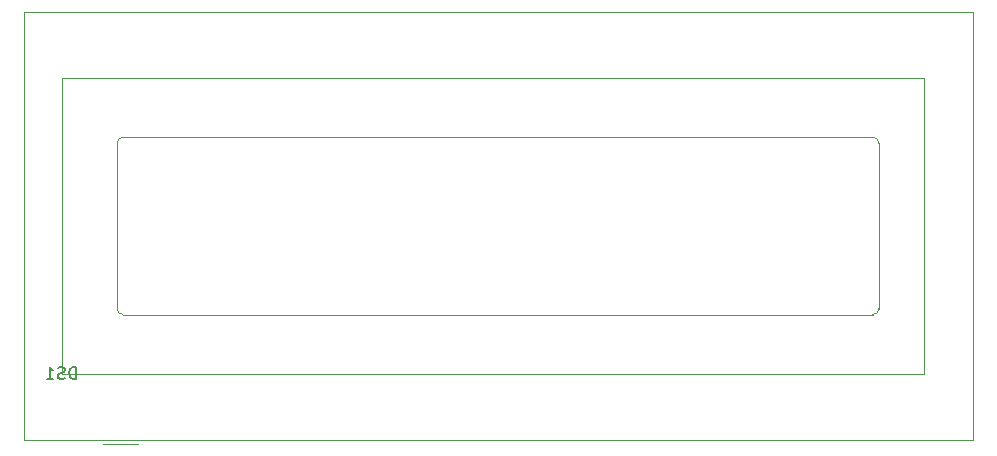
<source format=gbr>
G04 #@! TF.GenerationSoftware,KiCad,Pcbnew,(5.0.1-3-g963ef8bb5)*
G04 #@! TF.CreationDate,2019-04-30T09:05:13-05:00*
G04 #@! TF.ProjectId,gas-sensor,6761732D73656E736F722E6B69636164,rev?*
G04 #@! TF.SameCoordinates,Original*
G04 #@! TF.FileFunction,Legend,Bot*
G04 #@! TF.FilePolarity,Positive*
%FSLAX46Y46*%
G04 Gerber Fmt 4.6, Leading zero omitted, Abs format (unit mm)*
G04 Created by KiCad (PCBNEW (5.0.1-3-g963ef8bb5)) date Mardi, 30 avril 2019 à 09:05:13*
%MOMM*%
%LPD*%
G01*
G04 APERTURE LIST*
%ADD10C,0.120000*%
%ADD11C,0.150000*%
G04 APERTURE END LIST*
D10*
G04 #@! TO.C,DS1*
X72747934Y-112122755D02*
X72747934Y-137122755D01*
X145747934Y-112122755D02*
X72747934Y-112122755D01*
X145747934Y-137122755D02*
X145747934Y-112122755D01*
X72747934Y-137122755D02*
X145747934Y-137122755D01*
X77948594Y-132124295D02*
G75*
G02X77448214Y-131623915I0J500380D01*
G01*
X77448214Y-117623435D02*
G75*
G02X77948594Y-117123055I500380J0D01*
G01*
X141448594Y-117123055D02*
G75*
G02X141948974Y-117623435I0J-500380D01*
G01*
X141947934Y-131622755D02*
G75*
G02X141447934Y-132122755I-500000J0D01*
G01*
X141947934Y-131622755D02*
X141947934Y-117622755D01*
X141448594Y-117122755D02*
X77947934Y-117122755D01*
X77448214Y-117623435D02*
X77448214Y-131622755D01*
X77947934Y-132122755D02*
X141447934Y-132122755D01*
X76247934Y-143122755D02*
X79247934Y-143122755D01*
X69617934Y-142762755D02*
X70407934Y-142762755D01*
X69607934Y-142762755D02*
X69607934Y-106482755D01*
X149887934Y-142762755D02*
X70407934Y-142762755D01*
X149887934Y-106482755D02*
X149887934Y-142762755D01*
X69607934Y-106482755D02*
X149887934Y-106482755D01*
D11*
X73962219Y-137575135D02*
X73962219Y-136575135D01*
X73724124Y-136575135D01*
X73581267Y-136622755D01*
X73486029Y-136717993D01*
X73438410Y-136813231D01*
X73390791Y-137003707D01*
X73390791Y-137146564D01*
X73438410Y-137337040D01*
X73486029Y-137432278D01*
X73581267Y-137527516D01*
X73724124Y-137575135D01*
X73962219Y-137575135D01*
X73009838Y-137527516D02*
X72866981Y-137575135D01*
X72628886Y-137575135D01*
X72533648Y-137527516D01*
X72486029Y-137479897D01*
X72438410Y-137384659D01*
X72438410Y-137289421D01*
X72486029Y-137194183D01*
X72533648Y-137146564D01*
X72628886Y-137098945D01*
X72819362Y-137051326D01*
X72914600Y-137003707D01*
X72962219Y-136956088D01*
X73009838Y-136860850D01*
X73009838Y-136765612D01*
X72962219Y-136670374D01*
X72914600Y-136622755D01*
X72819362Y-136575135D01*
X72581267Y-136575135D01*
X72438410Y-136622755D01*
X71486029Y-137575135D02*
X72057457Y-137575135D01*
X71771743Y-137575135D02*
X71771743Y-136575135D01*
X71866981Y-136717993D01*
X71962219Y-136813231D01*
X72057457Y-136860850D01*
G04 #@! TD*
M02*

</source>
